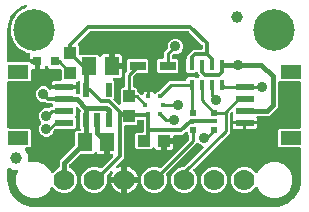
<source format=gbr>
G04 EAGLE Gerber RS-274X export*
G75*
%MOMM*%
%FSLAX34Y34*%
%LPD*%
%INTop Copper*%
%IPPOS*%
%AMOC8*
5,1,8,0,0,1.08239X$1,22.5*%
G01*
%ADD10R,1.240000X1.500000*%
%ADD11R,0.550000X1.200000*%
%ADD12R,1.075000X1.000000*%
%ADD13R,0.450000X0.900000*%
%ADD14R,0.500000X0.500000*%
%ADD15R,0.500000X0.400000*%
%ADD16C,3.516000*%
%ADD17R,1.550000X0.600000*%
%ADD18R,1.800000X1.200000*%
%ADD19C,1.000000*%
%ADD20R,0.800000X0.800000*%
%ADD21R,1.000000X1.075000*%
%ADD22R,1.350000X0.800000*%
%ADD23C,1.778000*%
%ADD24R,0.300000X0.350000*%
%ADD25R,0.350000X0.300000*%
%ADD26C,0.406400*%
%ADD27C,0.889000*%
%ADD28C,0.304800*%
%ADD29C,0.254000*%
%ADD30C,0.906400*%

G36*
X228622Y2543D02*
X228622Y2543D01*
X228700Y2545D01*
X232077Y2810D01*
X232145Y2824D01*
X232214Y2829D01*
X232370Y2869D01*
X238794Y4956D01*
X238901Y5006D01*
X239012Y5050D01*
X239063Y5083D01*
X239082Y5091D01*
X239097Y5104D01*
X239148Y5136D01*
X244612Y9107D01*
X244699Y9188D01*
X244746Y9227D01*
X244752Y9231D01*
X244753Y9232D01*
X244791Y9264D01*
X244829Y9310D01*
X244844Y9324D01*
X244855Y9342D01*
X244893Y9388D01*
X248864Y14852D01*
X248921Y14956D01*
X248985Y15056D01*
X249007Y15113D01*
X249017Y15131D01*
X249022Y15151D01*
X249044Y15206D01*
X251131Y21630D01*
X251144Y21698D01*
X251167Y21764D01*
X251190Y21923D01*
X251455Y25300D01*
X251455Y25304D01*
X251456Y25307D01*
X251455Y25326D01*
X251459Y25400D01*
X251459Y51598D01*
X251444Y51716D01*
X251437Y51835D01*
X251424Y51873D01*
X251419Y51914D01*
X251376Y52024D01*
X251339Y52137D01*
X251317Y52172D01*
X251302Y52209D01*
X251233Y52305D01*
X251169Y52406D01*
X251139Y52434D01*
X251116Y52467D01*
X251024Y52543D01*
X250937Y52624D01*
X250902Y52644D01*
X250871Y52669D01*
X250763Y52720D01*
X250659Y52778D01*
X250619Y52788D01*
X250583Y52805D01*
X250466Y52827D01*
X250351Y52857D01*
X250291Y52861D01*
X250271Y52865D01*
X250250Y52863D01*
X250190Y52867D01*
X232618Y52867D01*
X231427Y54058D01*
X231427Y67742D01*
X232618Y68933D01*
X250190Y68933D01*
X250308Y68948D01*
X250427Y68955D01*
X250465Y68968D01*
X250506Y68973D01*
X250616Y69016D01*
X250729Y69053D01*
X250764Y69075D01*
X250801Y69090D01*
X250897Y69159D01*
X250998Y69223D01*
X251026Y69253D01*
X251059Y69276D01*
X251135Y69368D01*
X251216Y69455D01*
X251236Y69490D01*
X251261Y69521D01*
X251312Y69629D01*
X251370Y69733D01*
X251380Y69773D01*
X251397Y69809D01*
X251419Y69926D01*
X251449Y70041D01*
X251453Y70101D01*
X251457Y70121D01*
X251455Y70142D01*
X251459Y70202D01*
X251459Y107598D01*
X251444Y107716D01*
X251437Y107835D01*
X251424Y107873D01*
X251419Y107914D01*
X251376Y108024D01*
X251339Y108137D01*
X251317Y108172D01*
X251302Y108209D01*
X251233Y108305D01*
X251169Y108406D01*
X251139Y108434D01*
X251116Y108467D01*
X251024Y108543D01*
X250937Y108624D01*
X250902Y108644D01*
X250871Y108669D01*
X250763Y108720D01*
X250659Y108778D01*
X250619Y108788D01*
X250583Y108805D01*
X250466Y108827D01*
X250351Y108857D01*
X250291Y108861D01*
X250271Y108865D01*
X250250Y108863D01*
X250190Y108867D01*
X232664Y108867D01*
X232546Y108852D01*
X232427Y108845D01*
X232389Y108832D01*
X232348Y108827D01*
X232238Y108784D01*
X232125Y108747D01*
X232090Y108725D01*
X232053Y108710D01*
X231957Y108641D01*
X231856Y108577D01*
X231828Y108547D01*
X231795Y108524D01*
X231719Y108432D01*
X231638Y108345D01*
X231618Y108310D01*
X231593Y108279D01*
X231542Y108171D01*
X231484Y108067D01*
X231474Y108027D01*
X231457Y107991D01*
X231435Y107874D01*
X231405Y107759D01*
X231401Y107699D01*
X231397Y107679D01*
X231399Y107658D01*
X231395Y107598D01*
X231395Y87216D01*
X224014Y79835D01*
X214647Y79835D01*
X214516Y79819D01*
X214384Y79808D01*
X214359Y79799D01*
X214332Y79795D01*
X214209Y79747D01*
X214084Y79703D01*
X214061Y79688D01*
X214036Y79678D01*
X213929Y79601D01*
X213819Y79527D01*
X213801Y79507D01*
X213779Y79492D01*
X213694Y79389D01*
X213606Y79291D01*
X213593Y79267D01*
X213576Y79247D01*
X213520Y79127D01*
X213458Y79009D01*
X213452Y78983D01*
X213441Y78959D01*
X213416Y78829D01*
X213385Y78700D01*
X213386Y78673D01*
X213381Y78647D01*
X213389Y78515D01*
X213392Y78382D01*
X213399Y78356D01*
X213401Y78329D01*
X213441Y78203D01*
X213477Y78076D01*
X213494Y78041D01*
X213499Y78027D01*
X213510Y78008D01*
X213548Y77931D01*
X213578Y77881D01*
X213751Y77234D01*
X213751Y75399D01*
X203690Y75399D01*
X203572Y75384D01*
X203453Y75377D01*
X203446Y75375D01*
X203390Y75389D01*
X203330Y75393D01*
X203310Y75397D01*
X203290Y75395D01*
X203230Y75399D01*
X193169Y75399D01*
X193169Y77234D01*
X193342Y77881D01*
X193718Y78531D01*
X193730Y78545D01*
X193749Y78581D01*
X193773Y78612D01*
X193821Y78722D01*
X193875Y78828D01*
X193884Y78867D01*
X193900Y78904D01*
X193918Y79022D01*
X193945Y79139D01*
X193943Y79178D01*
X193950Y79218D01*
X193939Y79337D01*
X193935Y79457D01*
X193924Y79495D01*
X193920Y79535D01*
X193880Y79647D01*
X193847Y79762D01*
X193826Y79796D01*
X193813Y79834D01*
X193746Y79933D01*
X193685Y80036D01*
X193677Y80045D01*
X193677Y81802D01*
X193660Y81940D01*
X193647Y82079D01*
X193640Y82098D01*
X193637Y82118D01*
X193586Y82247D01*
X193539Y82378D01*
X193528Y82395D01*
X193520Y82413D01*
X193439Y82526D01*
X193361Y82641D01*
X193345Y82654D01*
X193334Y82671D01*
X193226Y82760D01*
X193122Y82852D01*
X193104Y82861D01*
X193089Y82874D01*
X192963Y82933D01*
X192839Y82996D01*
X192819Y83001D01*
X192801Y83009D01*
X192665Y83035D01*
X192529Y83066D01*
X192508Y83065D01*
X192489Y83069D01*
X192350Y83060D01*
X192211Y83056D01*
X192191Y83050D01*
X192171Y83049D01*
X192039Y83006D01*
X191905Y82968D01*
X191888Y82957D01*
X191869Y82951D01*
X191751Y82877D01*
X191631Y82806D01*
X191610Y82788D01*
X191600Y82781D01*
X191586Y82766D01*
X191510Y82700D01*
X190999Y82189D01*
X190939Y82110D01*
X190871Y82038D01*
X190842Y81985D01*
X190805Y81937D01*
X190765Y81847D01*
X190717Y81760D01*
X190702Y81701D01*
X190678Y81646D01*
X190663Y81548D01*
X190638Y81452D01*
X190632Y81352D01*
X190628Y81331D01*
X190630Y81319D01*
X190628Y81291D01*
X190628Y65307D01*
X160181Y34861D01*
X160108Y34766D01*
X160030Y34677D01*
X160011Y34641D01*
X159986Y34609D01*
X159939Y34500D01*
X159885Y34394D01*
X159876Y34355D01*
X159860Y34318D01*
X159841Y34200D01*
X159815Y34084D01*
X159817Y34043D01*
X159810Y34003D01*
X159821Y33885D01*
X159825Y33766D01*
X159836Y33727D01*
X159840Y33687D01*
X159880Y33575D01*
X159913Y33460D01*
X159934Y33426D01*
X159948Y33388D01*
X160015Y33289D01*
X160075Y33186D01*
X160115Y33141D01*
X160126Y33124D01*
X160142Y33111D01*
X160181Y33066D01*
X161660Y31587D01*
X163323Y27573D01*
X163323Y23227D01*
X161660Y19213D01*
X158587Y16140D01*
X154573Y14477D01*
X150227Y14477D01*
X146213Y16140D01*
X143140Y19213D01*
X141477Y23227D01*
X141477Y27573D01*
X143140Y31587D01*
X146213Y34660D01*
X150227Y36323D01*
X151776Y36323D01*
X151874Y36335D01*
X151973Y36338D01*
X152032Y36355D01*
X152092Y36363D01*
X152184Y36399D01*
X152279Y36427D01*
X152331Y36457D01*
X152387Y36480D01*
X152467Y36538D01*
X152553Y36588D01*
X152628Y36654D01*
X152645Y36666D01*
X152653Y36676D01*
X152674Y36694D01*
X168295Y52316D01*
X168380Y52425D01*
X168469Y52532D01*
X168477Y52551D01*
X168490Y52567D01*
X168545Y52695D01*
X168604Y52820D01*
X168608Y52840D01*
X168616Y52859D01*
X168638Y52997D01*
X168664Y53133D01*
X168663Y53153D01*
X168666Y53173D01*
X168653Y53312D01*
X168644Y53450D01*
X168638Y53469D01*
X168636Y53489D01*
X168589Y53621D01*
X168546Y53752D01*
X168535Y53770D01*
X168528Y53789D01*
X168450Y53904D01*
X168376Y54021D01*
X168361Y54035D01*
X168350Y54052D01*
X168246Y54144D01*
X168144Y54239D01*
X168127Y54249D01*
X168111Y54262D01*
X167988Y54325D01*
X167866Y54393D01*
X167846Y54398D01*
X167828Y54407D01*
X167774Y54419D01*
X165241Y55468D01*
X164387Y56322D01*
X164294Y56394D01*
X164204Y56473D01*
X164168Y56492D01*
X164136Y56517D01*
X164027Y56564D01*
X163921Y56618D01*
X163881Y56627D01*
X163844Y56643D01*
X163727Y56662D01*
X163611Y56688D01*
X163570Y56686D01*
X163530Y56693D01*
X163412Y56682D01*
X163293Y56678D01*
X163254Y56667D01*
X163214Y56663D01*
X163101Y56623D01*
X162987Y56590D01*
X162952Y56569D01*
X162914Y56555D01*
X162816Y56489D01*
X162713Y56428D01*
X162668Y56388D01*
X162651Y56377D01*
X162638Y56362D01*
X162592Y56322D01*
X137328Y31057D01*
X137309Y31033D01*
X137287Y31014D01*
X137212Y30908D01*
X137133Y30806D01*
X137121Y30778D01*
X137104Y30754D01*
X137058Y30633D01*
X137006Y30514D01*
X137002Y30485D01*
X136991Y30457D01*
X136977Y30328D01*
X136956Y30200D01*
X136959Y30170D01*
X136956Y30141D01*
X136974Y30012D01*
X136986Y29883D01*
X136996Y29855D01*
X137000Y29826D01*
X137052Y29674D01*
X137923Y27573D01*
X137923Y23227D01*
X136260Y19213D01*
X133187Y16140D01*
X129173Y14477D01*
X124827Y14477D01*
X120813Y16140D01*
X117740Y19213D01*
X116077Y23227D01*
X116077Y27573D01*
X117740Y31587D01*
X120813Y34660D01*
X124827Y36323D01*
X129173Y36323D01*
X131274Y35452D01*
X131302Y35445D01*
X131328Y35431D01*
X131455Y35403D01*
X131580Y35369D01*
X131610Y35368D01*
X131639Y35362D01*
X131768Y35366D01*
X131898Y35363D01*
X131927Y35370D01*
X131957Y35371D01*
X132081Y35407D01*
X132208Y35438D01*
X132234Y35451D01*
X132262Y35460D01*
X132374Y35526D01*
X132489Y35586D01*
X132511Y35606D01*
X132536Y35621D01*
X132657Y35728D01*
X156236Y59306D01*
X156296Y59385D01*
X156364Y59457D01*
X156393Y59510D01*
X156430Y59558D01*
X156470Y59649D01*
X156518Y59735D01*
X156533Y59794D01*
X156557Y59849D01*
X156572Y59947D01*
X156597Y60043D01*
X156603Y60143D01*
X156607Y60164D01*
X156605Y60176D01*
X156607Y60204D01*
X156607Y62332D01*
X156595Y62430D01*
X156592Y62530D01*
X156575Y62588D01*
X156567Y62648D01*
X156531Y62740D01*
X156503Y62835D01*
X156473Y62887D01*
X156450Y62944D01*
X156392Y63024D01*
X156342Y63109D01*
X156276Y63184D01*
X156264Y63201D01*
X156254Y63209D01*
X156235Y63230D01*
X155377Y64088D01*
X155377Y64832D01*
X155360Y64969D01*
X155347Y65108D01*
X155340Y65128D01*
X155337Y65148D01*
X155286Y65276D01*
X155239Y65408D01*
X155228Y65424D01*
X155220Y65443D01*
X155139Y65556D01*
X155061Y65671D01*
X155045Y65684D01*
X155034Y65701D01*
X154926Y65789D01*
X154822Y65881D01*
X154804Y65890D01*
X154789Y65903D01*
X154663Y65963D01*
X154539Y66026D01*
X154519Y66030D01*
X154501Y66039D01*
X154365Y66065D01*
X154229Y66096D01*
X154208Y66095D01*
X154189Y66099D01*
X154050Y66090D01*
X153911Y66086D01*
X153891Y66080D01*
X153871Y66079D01*
X153739Y66036D01*
X153605Y65997D01*
X153588Y65987D01*
X153569Y65981D01*
X153451Y65906D01*
X153331Y65836D01*
X153310Y65817D01*
X153300Y65811D01*
X153286Y65796D01*
X153211Y65730D01*
X151234Y63753D01*
X144431Y63753D01*
X144313Y63738D01*
X144194Y63731D01*
X144156Y63718D01*
X144115Y63713D01*
X144005Y63670D01*
X143892Y63633D01*
X143857Y63611D01*
X143820Y63596D01*
X143724Y63527D01*
X143623Y63463D01*
X143595Y63433D01*
X143562Y63410D01*
X143486Y63318D01*
X143405Y63231D01*
X143385Y63196D01*
X143360Y63165D01*
X143309Y63057D01*
X143251Y62953D01*
X143241Y62913D01*
X143224Y62877D01*
X143202Y62760D01*
X143172Y62645D01*
X143168Y62585D01*
X143164Y62565D01*
X143166Y62544D01*
X143162Y62484D01*
X143162Y60919D01*
X136476Y60919D01*
X136358Y60904D01*
X136239Y60897D01*
X136201Y60884D01*
X136161Y60879D01*
X136050Y60836D01*
X135937Y60799D01*
X135903Y60777D01*
X135865Y60762D01*
X135769Y60693D01*
X135668Y60629D01*
X135640Y60599D01*
X135608Y60576D01*
X135532Y60484D01*
X135450Y60397D01*
X135431Y60362D01*
X135405Y60331D01*
X135354Y60223D01*
X135297Y60119D01*
X135287Y60079D01*
X135269Y60043D01*
X135247Y59926D01*
X135217Y59811D01*
X135213Y59751D01*
X135210Y59731D01*
X135211Y59710D01*
X135207Y59650D01*
X135207Y58459D01*
X134016Y58459D01*
X133898Y58444D01*
X133779Y58437D01*
X133741Y58424D01*
X133700Y58419D01*
X133590Y58375D01*
X133477Y58339D01*
X133442Y58317D01*
X133405Y58302D01*
X133308Y58232D01*
X133208Y58169D01*
X133180Y58139D01*
X133147Y58115D01*
X133071Y58024D01*
X132990Y57937D01*
X132970Y57902D01*
X132945Y57870D01*
X132894Y57763D01*
X132836Y57658D01*
X132826Y57619D01*
X132809Y57583D01*
X132787Y57466D01*
X132757Y57350D01*
X132753Y57290D01*
X132749Y57270D01*
X132751Y57250D01*
X132747Y57190D01*
X132747Y50879D01*
X129537Y50879D01*
X128890Y51052D01*
X128311Y51387D01*
X127838Y51860D01*
X127603Y52267D01*
X127527Y52367D01*
X127456Y52472D01*
X127431Y52494D01*
X127410Y52521D01*
X127312Y52599D01*
X127218Y52682D01*
X127188Y52697D01*
X127161Y52718D01*
X127046Y52769D01*
X126934Y52827D01*
X126902Y52834D01*
X126871Y52848D01*
X126747Y52869D01*
X126624Y52896D01*
X126590Y52895D01*
X126557Y52901D01*
X126432Y52890D01*
X126306Y52887D01*
X126274Y52877D01*
X126240Y52874D01*
X126122Y52833D01*
X126001Y52798D01*
X125972Y52781D01*
X125940Y52770D01*
X125835Y52700D01*
X125727Y52637D01*
X125690Y52604D01*
X125675Y52594D01*
X125660Y52578D01*
X125606Y52530D01*
X124463Y51387D01*
X112029Y51387D01*
X110838Y52578D01*
X110838Y64262D01*
X112029Y65453D01*
X117174Y65453D01*
X117292Y65468D01*
X117411Y65475D01*
X117449Y65488D01*
X117490Y65493D01*
X117600Y65536D01*
X117713Y65573D01*
X117748Y65595D01*
X117785Y65610D01*
X117881Y65679D01*
X117982Y65743D01*
X118010Y65773D01*
X118043Y65796D01*
X118119Y65888D01*
X118200Y65975D01*
X118220Y66010D01*
X118245Y66041D01*
X118296Y66149D01*
X118354Y66253D01*
X118364Y66293D01*
X118381Y66329D01*
X118403Y66446D01*
X118433Y66561D01*
X118437Y66621D01*
X118441Y66641D01*
X118439Y66662D01*
X118443Y66722D01*
X118443Y75184D01*
X118428Y75302D01*
X118421Y75421D01*
X118408Y75459D01*
X118403Y75500D01*
X118360Y75610D01*
X118323Y75723D01*
X118301Y75758D01*
X118286Y75795D01*
X118217Y75891D01*
X118153Y75992D01*
X118123Y76020D01*
X118100Y76053D01*
X118008Y76129D01*
X117921Y76210D01*
X117886Y76230D01*
X117855Y76255D01*
X117747Y76306D01*
X117643Y76364D01*
X117603Y76374D01*
X117567Y76391D01*
X117450Y76413D01*
X117335Y76443D01*
X117275Y76447D01*
X117255Y76451D01*
X117234Y76449D01*
X117174Y76453D01*
X113712Y76453D01*
X113594Y76438D01*
X113475Y76431D01*
X113437Y76418D01*
X113396Y76413D01*
X113286Y76370D01*
X113173Y76333D01*
X113138Y76311D01*
X113101Y76296D01*
X113005Y76227D01*
X112904Y76163D01*
X112876Y76133D01*
X112843Y76110D01*
X112767Y76018D01*
X112686Y75931D01*
X112666Y75896D01*
X112641Y75865D01*
X112590Y75757D01*
X112532Y75653D01*
X112522Y75613D01*
X112505Y75577D01*
X112483Y75460D01*
X112453Y75345D01*
X112449Y75285D01*
X112445Y75265D01*
X112447Y75244D01*
X112443Y75184D01*
X112443Y72913D01*
X111252Y71722D01*
X102757Y71722D01*
X102639Y71707D01*
X102520Y71700D01*
X102482Y71687D01*
X102442Y71682D01*
X102331Y71639D01*
X102218Y71602D01*
X102184Y71580D01*
X102146Y71565D01*
X102050Y71496D01*
X101949Y71432D01*
X101921Y71402D01*
X101889Y71379D01*
X101813Y71287D01*
X101731Y71200D01*
X101712Y71165D01*
X101686Y71134D01*
X101635Y71026D01*
X101578Y70922D01*
X101568Y70882D01*
X101550Y70846D01*
X101528Y70729D01*
X101498Y70614D01*
X101494Y70554D01*
X101491Y70534D01*
X101492Y70513D01*
X101488Y70453D01*
X101488Y44388D01*
X94481Y37381D01*
X94408Y37287D01*
X94329Y37197D01*
X94311Y37161D01*
X94286Y37130D01*
X94238Y37020D01*
X94184Y36914D01*
X94176Y36875D01*
X94160Y36838D01*
X94141Y36720D01*
X94115Y36603D01*
X94116Y36563D01*
X94110Y36524D01*
X94121Y36405D01*
X94125Y36286D01*
X94136Y36247D01*
X94140Y36207D01*
X94180Y36095D01*
X94213Y35980D01*
X94234Y35946D01*
X94247Y35908D01*
X94314Y35809D01*
X94375Y35706D01*
X94403Y35678D01*
X94426Y35645D01*
X94515Y35566D01*
X94600Y35481D01*
X94634Y35461D01*
X94664Y35434D01*
X94771Y35380D01*
X94873Y35319D01*
X94912Y35308D01*
X94947Y35290D01*
X95064Y35263D01*
X95179Y35230D01*
X95219Y35229D01*
X95258Y35220D01*
X95377Y35224D01*
X95496Y35220D01*
X95535Y35228D01*
X95576Y35230D01*
X95690Y35263D01*
X95807Y35289D01*
X95862Y35312D01*
X95881Y35318D01*
X95899Y35328D01*
X95955Y35353D01*
X97212Y35993D01*
X98923Y36549D01*
X99101Y36577D01*
X99101Y27899D01*
X90423Y27899D01*
X90451Y28077D01*
X91007Y29788D01*
X91647Y31045D01*
X91688Y31157D01*
X91735Y31267D01*
X91742Y31307D01*
X91755Y31345D01*
X91766Y31463D01*
X91785Y31581D01*
X91781Y31621D01*
X91785Y31661D01*
X91767Y31779D01*
X91755Y31898D01*
X91742Y31936D01*
X91735Y31975D01*
X91688Y32085D01*
X91648Y32197D01*
X91625Y32230D01*
X91609Y32267D01*
X91536Y32362D01*
X91469Y32460D01*
X91439Y32487D01*
X91414Y32519D01*
X91320Y32592D01*
X91231Y32671D01*
X91195Y32689D01*
X91163Y32714D01*
X91054Y32761D01*
X90947Y32815D01*
X90908Y32824D01*
X90872Y32840D01*
X90754Y32859D01*
X90637Y32885D01*
X90597Y32884D01*
X90557Y32890D01*
X90439Y32879D01*
X90319Y32875D01*
X90281Y32864D01*
X90241Y32861D01*
X90128Y32820D01*
X90014Y32787D01*
X89979Y32767D01*
X89941Y32753D01*
X89843Y32686D01*
X89740Y32625D01*
X89695Y32586D01*
X89678Y32575D01*
X89665Y32559D01*
X89619Y32519D01*
X87005Y29905D01*
X86987Y29882D01*
X86964Y29862D01*
X86889Y29756D01*
X86810Y29654D01*
X86798Y29626D01*
X86781Y29602D01*
X86735Y29481D01*
X86684Y29362D01*
X86679Y29333D01*
X86668Y29305D01*
X86654Y29176D01*
X86634Y29048D01*
X86636Y29018D01*
X86633Y28989D01*
X86651Y28860D01*
X86663Y28731D01*
X86673Y28703D01*
X86678Y28674D01*
X86730Y28522D01*
X87123Y27573D01*
X87123Y23227D01*
X85460Y19213D01*
X82387Y16140D01*
X78373Y14477D01*
X74027Y14477D01*
X70013Y16140D01*
X66940Y19213D01*
X65277Y23227D01*
X65277Y27573D01*
X66940Y31587D01*
X70013Y34660D01*
X74027Y36323D01*
X78373Y36323D01*
X81118Y35186D01*
X81146Y35178D01*
X81172Y35164D01*
X81299Y35136D01*
X81424Y35102D01*
X81454Y35101D01*
X81483Y35095D01*
X81613Y35099D01*
X81742Y35097D01*
X81771Y35104D01*
X81801Y35104D01*
X81925Y35141D01*
X82052Y35171D01*
X82078Y35185D01*
X82106Y35193D01*
X82218Y35259D01*
X82333Y35320D01*
X82355Y35339D01*
X82380Y35354D01*
X82501Y35461D01*
X91983Y44943D01*
X92068Y45052D01*
X92156Y45159D01*
X92165Y45178D01*
X92178Y45194D01*
X92233Y45322D01*
X92292Y45447D01*
X92296Y45467D01*
X92304Y45486D01*
X92326Y45624D01*
X92352Y45760D01*
X92351Y45780D01*
X92354Y45800D01*
X92341Y45938D01*
X92332Y46077D01*
X92326Y46096D01*
X92324Y46116D01*
X92277Y46248D01*
X92234Y46379D01*
X92223Y46397D01*
X92216Y46416D01*
X92138Y46531D01*
X92064Y46648D01*
X92049Y46662D01*
X92038Y46679D01*
X91934Y46771D01*
X91832Y46866D01*
X91814Y46876D01*
X91799Y46889D01*
X91676Y46952D01*
X91554Y47020D01*
X91534Y47025D01*
X91516Y47034D01*
X91380Y47064D01*
X91246Y47099D01*
X91218Y47101D01*
X91206Y47104D01*
X91185Y47103D01*
X91085Y47109D01*
X89509Y47109D01*
X89509Y55880D01*
X89494Y55998D01*
X89487Y56117D01*
X89474Y56155D01*
X89469Y56195D01*
X89425Y56306D01*
X89389Y56419D01*
X89367Y56454D01*
X89352Y56491D01*
X89282Y56587D01*
X89219Y56688D01*
X89189Y56716D01*
X89165Y56748D01*
X89074Y56824D01*
X88987Y56906D01*
X88952Y56925D01*
X88920Y56951D01*
X88813Y57002D01*
X88709Y57059D01*
X88669Y57070D01*
X88633Y57087D01*
X88516Y57109D01*
X88401Y57139D01*
X88340Y57143D01*
X88320Y57147D01*
X88300Y57145D01*
X88240Y57149D01*
X85700Y57149D01*
X85582Y57134D01*
X85463Y57127D01*
X85425Y57114D01*
X85385Y57109D01*
X85274Y57065D01*
X85161Y57029D01*
X85126Y57007D01*
X85089Y56992D01*
X84993Y56922D01*
X84892Y56859D01*
X84864Y56829D01*
X84831Y56805D01*
X84756Y56714D01*
X84674Y56627D01*
X84654Y56592D01*
X84629Y56560D01*
X84578Y56453D01*
X84520Y56349D01*
X84510Y56309D01*
X84493Y56273D01*
X84471Y56156D01*
X84441Y56041D01*
X84437Y55980D01*
X84433Y55960D01*
X84435Y55940D01*
X84434Y55934D01*
X84433Y55930D01*
X84434Y55925D01*
X84431Y55880D01*
X84431Y47109D01*
X80436Y47109D01*
X79789Y47282D01*
X79210Y47617D01*
X78737Y48090D01*
X78374Y48719D01*
X78298Y48819D01*
X78227Y48923D01*
X78202Y48946D01*
X78181Y48973D01*
X78083Y49051D01*
X77989Y49134D01*
X77959Y49149D01*
X77932Y49170D01*
X77817Y49221D01*
X77705Y49279D01*
X77672Y49286D01*
X77642Y49300D01*
X77517Y49321D01*
X77395Y49348D01*
X77361Y49347D01*
X77328Y49353D01*
X77203Y49342D01*
X77077Y49339D01*
X77045Y49329D01*
X77011Y49326D01*
X76892Y49285D01*
X76772Y49250D01*
X76743Y49233D01*
X76711Y49222D01*
X76606Y49152D01*
X76498Y49089D01*
X76461Y49056D01*
X76446Y49046D01*
X76431Y49030D01*
X76377Y48982D01*
X75012Y47617D01*
X64711Y47617D01*
X64613Y47605D01*
X64514Y47602D01*
X64456Y47585D01*
X64396Y47577D01*
X64304Y47541D01*
X64209Y47513D01*
X64157Y47483D01*
X64100Y47460D01*
X64020Y47402D01*
X63935Y47352D01*
X63859Y47286D01*
X63843Y47274D01*
X63835Y47264D01*
X63814Y47246D01*
X55236Y38668D01*
X55176Y38590D01*
X55108Y38518D01*
X55079Y38465D01*
X55042Y38417D01*
X55002Y38326D01*
X54954Y38239D01*
X54939Y38181D01*
X54915Y38125D01*
X54900Y38027D01*
X54875Y37931D01*
X54869Y37831D01*
X54865Y37811D01*
X54867Y37799D01*
X54865Y37771D01*
X54865Y36387D01*
X54868Y36358D01*
X54866Y36328D01*
X54888Y36200D01*
X54905Y36072D01*
X54915Y36044D01*
X54920Y36015D01*
X54974Y35896D01*
X55022Y35776D01*
X55039Y35752D01*
X55051Y35725D01*
X55132Y35624D01*
X55208Y35519D01*
X55231Y35500D01*
X55250Y35477D01*
X55354Y35398D01*
X55453Y35316D01*
X55480Y35303D01*
X55504Y35285D01*
X55648Y35214D01*
X56987Y34660D01*
X60060Y31587D01*
X61723Y27573D01*
X61723Y23227D01*
X60060Y19213D01*
X56987Y16140D01*
X52973Y14477D01*
X48627Y14477D01*
X44613Y16140D01*
X41489Y19264D01*
X41476Y19289D01*
X41462Y19304D01*
X41452Y19321D01*
X41355Y19422D01*
X41262Y19524D01*
X41245Y19535D01*
X41231Y19550D01*
X41112Y19623D01*
X40996Y19699D01*
X40977Y19706D01*
X40960Y19716D01*
X40827Y19757D01*
X40695Y19802D01*
X40675Y19804D01*
X40656Y19810D01*
X40517Y19816D01*
X40378Y19828D01*
X40358Y19824D01*
X40338Y19825D01*
X40202Y19797D01*
X40065Y19773D01*
X40046Y19765D01*
X40027Y19761D01*
X39902Y19700D01*
X39775Y19643D01*
X39759Y19630D01*
X39741Y19621D01*
X39635Y19531D01*
X39526Y19444D01*
X39514Y19428D01*
X39499Y19415D01*
X39419Y19301D01*
X39335Y19190D01*
X39323Y19165D01*
X39316Y19155D01*
X39309Y19136D01*
X39264Y19045D01*
X38320Y16767D01*
X34033Y12480D01*
X28432Y10159D01*
X22368Y10159D01*
X16767Y12480D01*
X12480Y16767D01*
X10159Y22368D01*
X10159Y28432D01*
X11662Y32059D01*
X11675Y32107D01*
X11696Y32152D01*
X11717Y32260D01*
X11746Y32366D01*
X11747Y32416D01*
X11756Y32465D01*
X11749Y32574D01*
X11751Y32684D01*
X11739Y32732D01*
X11736Y32782D01*
X11702Y32886D01*
X11677Y32993D01*
X11653Y33037D01*
X11638Y33084D01*
X11579Y33177D01*
X11528Y33274D01*
X11495Y33311D01*
X11468Y33353D01*
X11388Y33428D01*
X11314Y33510D01*
X11273Y33537D01*
X11236Y33571D01*
X11140Y33624D01*
X11048Y33684D01*
X11001Y33701D01*
X10958Y33725D01*
X10852Y33752D01*
X10748Y33788D01*
X10698Y33792D01*
X10650Y33804D01*
X10489Y33814D01*
X7480Y33814D01*
X4445Y35567D01*
X4322Y35618D01*
X4203Y35675D01*
X4176Y35680D01*
X4151Y35690D01*
X4020Y35710D01*
X3890Y35734D01*
X3864Y35733D01*
X3837Y35737D01*
X3705Y35723D01*
X3573Y35715D01*
X3547Y35706D01*
X3521Y35704D01*
X3396Y35657D01*
X3271Y35617D01*
X3248Y35602D01*
X3222Y35593D01*
X3114Y35517D01*
X3002Y35447D01*
X2983Y35427D01*
X2961Y35411D01*
X2875Y35312D01*
X2784Y35215D01*
X2771Y35191D01*
X2753Y35171D01*
X2694Y35052D01*
X2630Y34936D01*
X2624Y34910D01*
X2612Y34886D01*
X2584Y34756D01*
X2551Y34628D01*
X2549Y34590D01*
X2545Y34575D01*
X2546Y34553D01*
X2541Y34468D01*
X2541Y25400D01*
X2543Y25378D01*
X2545Y25300D01*
X2810Y21923D01*
X2824Y21855D01*
X2829Y21786D01*
X2869Y21630D01*
X4956Y15206D01*
X5006Y15099D01*
X5050Y14988D01*
X5083Y14937D01*
X5091Y14918D01*
X5104Y14903D01*
X5136Y14852D01*
X9107Y9388D01*
X9127Y9366D01*
X9138Y9348D01*
X9184Y9305D01*
X9188Y9301D01*
X9264Y9209D01*
X9310Y9171D01*
X9324Y9156D01*
X9342Y9145D01*
X9388Y9107D01*
X14852Y5136D01*
X14956Y5079D01*
X15056Y5015D01*
X15113Y4993D01*
X15131Y4983D01*
X15151Y4978D01*
X15206Y4956D01*
X21630Y2869D01*
X21698Y2856D01*
X21764Y2833D01*
X21923Y2810D01*
X25300Y2545D01*
X25322Y2546D01*
X25400Y2541D01*
X228600Y2541D01*
X228622Y2543D01*
G37*
G36*
X97207Y89084D02*
X97207Y89084D01*
X97345Y89093D01*
X97364Y89099D01*
X97384Y89101D01*
X97516Y89148D01*
X97647Y89191D01*
X97665Y89202D01*
X97684Y89208D01*
X97799Y89286D01*
X97916Y89361D01*
X97930Y89376D01*
X97947Y89387D01*
X98039Y89491D01*
X98134Y89592D01*
X98144Y89610D01*
X98157Y89625D01*
X98221Y89750D01*
X98288Y89871D01*
X98293Y89891D01*
X98302Y89909D01*
X98332Y90044D01*
X98367Y90179D01*
X98369Y90207D01*
X98372Y90219D01*
X98371Y90239D01*
X98377Y90340D01*
X98377Y102347D01*
X99568Y103538D01*
X100838Y103538D01*
X100956Y103553D01*
X101075Y103560D01*
X101113Y103573D01*
X101154Y103578D01*
X101264Y103621D01*
X101377Y103658D01*
X101412Y103680D01*
X101449Y103695D01*
X101545Y103764D01*
X101646Y103828D01*
X101674Y103858D01*
X101707Y103881D01*
X101783Y103973D01*
X101864Y104060D01*
X101884Y104095D01*
X101909Y104126D01*
X101960Y104234D01*
X102018Y104338D01*
X102028Y104378D01*
X102045Y104414D01*
X102067Y104531D01*
X102097Y104646D01*
X102101Y104706D01*
X102105Y104726D01*
X102103Y104747D01*
X102107Y104807D01*
X102107Y115668D01*
X103876Y117436D01*
X103936Y117515D01*
X104004Y117587D01*
X104033Y117640D01*
X104070Y117688D01*
X104110Y117779D01*
X104158Y117865D01*
X104173Y117924D01*
X104197Y117979D01*
X104212Y118077D01*
X104237Y118173D01*
X104243Y118273D01*
X104247Y118294D01*
X104245Y118306D01*
X104247Y118334D01*
X104247Y126762D01*
X105438Y127953D01*
X120622Y127953D01*
X121813Y126762D01*
X121813Y117078D01*
X120622Y115887D01*
X112194Y115887D01*
X112096Y115875D01*
X111997Y115872D01*
X111938Y115855D01*
X111878Y115847D01*
X111786Y115811D01*
X111691Y115783D01*
X111639Y115753D01*
X111583Y115730D01*
X111503Y115672D01*
X111417Y115622D01*
X111342Y115556D01*
X111325Y115544D01*
X111317Y115534D01*
X111296Y115516D01*
X109084Y113304D01*
X109024Y113225D01*
X108956Y113153D01*
X108927Y113100D01*
X108890Y113052D01*
X108850Y112961D01*
X108802Y112875D01*
X108787Y112816D01*
X108763Y112761D01*
X108748Y112663D01*
X108723Y112567D01*
X108717Y112467D01*
X108713Y112446D01*
X108715Y112434D01*
X108713Y112406D01*
X108713Y104807D01*
X108728Y104689D01*
X108735Y104570D01*
X108748Y104532D01*
X108753Y104491D01*
X108796Y104381D01*
X108833Y104268D01*
X108855Y104233D01*
X108870Y104196D01*
X108939Y104100D01*
X109003Y103999D01*
X109033Y103971D01*
X109056Y103938D01*
X109148Y103862D01*
X109235Y103781D01*
X109270Y103761D01*
X109301Y103736D01*
X109409Y103685D01*
X109513Y103627D01*
X109553Y103617D01*
X109589Y103600D01*
X109706Y103578D01*
X109821Y103548D01*
X109881Y103544D01*
X109901Y103540D01*
X109922Y103542D01*
X109982Y103538D01*
X111252Y103538D01*
X112443Y102347D01*
X112443Y100702D01*
X112458Y100584D01*
X112465Y100465D01*
X112478Y100427D01*
X112483Y100386D01*
X112526Y100276D01*
X112563Y100163D01*
X112585Y100128D01*
X112600Y100091D01*
X112669Y99995D01*
X112733Y99894D01*
X112763Y99866D01*
X112786Y99833D01*
X112878Y99757D01*
X112965Y99676D01*
X113000Y99656D01*
X113031Y99631D01*
X113139Y99580D01*
X113243Y99522D01*
X113283Y99512D01*
X113319Y99495D01*
X113436Y99473D01*
X113493Y99458D01*
X115543Y97408D01*
X115652Y97323D01*
X115759Y97234D01*
X115778Y97226D01*
X115794Y97213D01*
X115922Y97158D01*
X116047Y97099D01*
X116067Y97095D01*
X116086Y97087D01*
X116224Y97065D01*
X116360Y97039D01*
X116380Y97040D01*
X116400Y97037D01*
X116539Y97050D01*
X116677Y97059D01*
X116696Y97065D01*
X116716Y97067D01*
X116848Y97114D01*
X116979Y97157D01*
X116997Y97168D01*
X117016Y97175D01*
X117131Y97253D01*
X117248Y97327D01*
X117262Y97342D01*
X117279Y97353D01*
X117371Y97457D01*
X117466Y97559D01*
X117476Y97576D01*
X117489Y97592D01*
X117553Y97716D01*
X117620Y97837D01*
X117625Y97857D01*
X117634Y97875D01*
X117664Y98011D01*
X117699Y98145D01*
X117701Y98173D01*
X117704Y98185D01*
X117703Y98206D01*
X117703Y98212D01*
X117882Y98881D01*
X118217Y99460D01*
X118690Y99933D01*
X119269Y100268D01*
X119916Y100441D01*
X120731Y100441D01*
X120731Y96400D01*
X120746Y96282D01*
X120753Y96163D01*
X120765Y96125D01*
X120770Y96085D01*
X120814Y95974D01*
X120851Y95861D01*
X120873Y95827D01*
X120887Y95789D01*
X120957Y95693D01*
X121021Y95592D01*
X121051Y95564D01*
X121074Y95532D01*
X121166Y95456D01*
X121253Y95374D01*
X121288Y95355D01*
X121319Y95329D01*
X121427Y95278D01*
X121531Y95221D01*
X121570Y95211D01*
X121607Y95193D01*
X121724Y95171D01*
X121839Y95141D01*
X121899Y95137D01*
X121919Y95134D01*
X121920Y95134D01*
X121940Y95135D01*
X122000Y95131D01*
X122118Y95146D01*
X122237Y95153D01*
X122275Y95166D01*
X122316Y95171D01*
X122426Y95215D01*
X122540Y95251D01*
X122574Y95273D01*
X122611Y95288D01*
X122708Y95358D01*
X122808Y95422D01*
X122836Y95451D01*
X122869Y95475D01*
X122945Y95567D01*
X123026Y95653D01*
X123046Y95689D01*
X123072Y95720D01*
X123122Y95827D01*
X123180Y95932D01*
X123190Y95971D01*
X123207Y96007D01*
X123229Y96124D01*
X123259Y96240D01*
X123263Y96300D01*
X123267Y96320D01*
X123266Y96340D01*
X123269Y96400D01*
X123269Y100441D01*
X124084Y100441D01*
X124731Y100268D01*
X125310Y99933D01*
X125783Y99460D01*
X126110Y98894D01*
X126186Y98794D01*
X126256Y98690D01*
X126282Y98668D01*
X126302Y98641D01*
X126401Y98563D01*
X126495Y98479D01*
X126525Y98464D01*
X126551Y98443D01*
X126666Y98392D01*
X126778Y98335D01*
X126811Y98328D01*
X126842Y98314D01*
X126966Y98293D01*
X127088Y98265D01*
X127122Y98266D01*
X127155Y98261D01*
X127281Y98271D01*
X127406Y98275D01*
X127439Y98284D01*
X127472Y98287D01*
X127591Y98328D01*
X127712Y98363D01*
X127741Y98380D01*
X127773Y98391D01*
X127877Y98461D01*
X127986Y98525D01*
X128022Y98557D01*
X128038Y98567D01*
X128052Y98583D01*
X128107Y98631D01*
X129408Y99933D01*
X130336Y99933D01*
X130434Y99945D01*
X130533Y99948D01*
X130592Y99965D01*
X130652Y99973D01*
X130744Y100009D01*
X130839Y100037D01*
X130891Y100067D01*
X130947Y100090D01*
X131027Y100148D01*
X131113Y100198D01*
X131188Y100264D01*
X131205Y100276D01*
X131213Y100286D01*
X131234Y100304D01*
X140032Y109103D01*
X152898Y109103D01*
X153016Y109118D01*
X153135Y109125D01*
X153173Y109138D01*
X153214Y109143D01*
X153324Y109186D01*
X153437Y109223D01*
X153472Y109245D01*
X153509Y109260D01*
X153605Y109329D01*
X153706Y109393D01*
X153734Y109423D01*
X153767Y109446D01*
X153843Y109538D01*
X153924Y109625D01*
X153944Y109660D01*
X153969Y109691D01*
X154020Y109799D01*
X154078Y109903D01*
X154088Y109943D01*
X154105Y109979D01*
X154127Y110096D01*
X154157Y110211D01*
X154161Y110271D01*
X154165Y110291D01*
X154163Y110312D01*
X154167Y110372D01*
X154167Y111142D01*
X155358Y112333D01*
X161542Y112333D01*
X162053Y111822D01*
X162147Y111749D01*
X162236Y111670D01*
X162272Y111652D01*
X162304Y111627D01*
X162413Y111580D01*
X162519Y111526D01*
X162558Y111517D01*
X162596Y111501D01*
X162713Y111482D01*
X162829Y111456D01*
X162870Y111457D01*
X162910Y111451D01*
X163028Y111462D01*
X163147Y111466D01*
X163186Y111477D01*
X163226Y111481D01*
X163338Y111521D01*
X163453Y111554D01*
X163488Y111575D01*
X163526Y111588D01*
X163624Y111655D01*
X163727Y111716D01*
X163772Y111756D01*
X163789Y111767D01*
X163802Y111782D01*
X163848Y111822D01*
X164417Y112392D01*
X164498Y112424D01*
X164629Y112471D01*
X164646Y112482D01*
X164664Y112490D01*
X164777Y112571D01*
X164892Y112649D01*
X164905Y112665D01*
X164922Y112676D01*
X165010Y112784D01*
X165102Y112888D01*
X165112Y112906D01*
X165124Y112921D01*
X165184Y113047D01*
X165247Y113171D01*
X165251Y113191D01*
X165260Y113209D01*
X165286Y113346D01*
X165317Y113481D01*
X165316Y113502D01*
X165320Y113521D01*
X165311Y113660D01*
X165307Y113799D01*
X165301Y113819D01*
X165300Y113839D01*
X165257Y113971D01*
X165219Y114105D01*
X165208Y114122D01*
X165202Y114141D01*
X165128Y114259D01*
X165057Y114379D01*
X165038Y114400D01*
X165032Y114410D01*
X165017Y114424D01*
X164951Y114499D01*
X163893Y115557D01*
X163876Y115692D01*
X163863Y115831D01*
X163856Y115850D01*
X163853Y115870D01*
X163802Y115999D01*
X163755Y116130D01*
X163744Y116147D01*
X163736Y116166D01*
X163655Y116278D01*
X163577Y116393D01*
X163561Y116406D01*
X163550Y116423D01*
X163442Y116512D01*
X163338Y116604D01*
X163320Y116613D01*
X163305Y116626D01*
X163179Y116685D01*
X163055Y116748D01*
X163035Y116753D01*
X163017Y116761D01*
X162881Y116787D01*
X162745Y116818D01*
X162724Y116817D01*
X162705Y116821D01*
X162566Y116812D01*
X162427Y116808D01*
X162407Y116803D01*
X162387Y116801D01*
X162255Y116758D01*
X162121Y116720D01*
X162104Y116709D01*
X162085Y116703D01*
X161967Y116629D01*
X161847Y116558D01*
X161826Y116540D01*
X161816Y116533D01*
X161802Y116518D01*
X161726Y116452D01*
X161542Y116267D01*
X155358Y116267D01*
X154167Y117458D01*
X154167Y128142D01*
X154522Y128496D01*
X154582Y128575D01*
X154650Y128647D01*
X154679Y128700D01*
X154716Y128748D01*
X154756Y128838D01*
X154804Y128925D01*
X154819Y128984D01*
X154843Y129039D01*
X154858Y129137D01*
X154883Y129233D01*
X154889Y129333D01*
X154893Y129353D01*
X154891Y129366D01*
X154893Y129394D01*
X154893Y130713D01*
X159817Y135637D01*
X166624Y135637D01*
X166742Y135652D01*
X166861Y135659D01*
X166899Y135672D01*
X166940Y135677D01*
X167050Y135720D01*
X167163Y135757D01*
X167198Y135779D01*
X167235Y135794D01*
X167331Y135863D01*
X167432Y135927D01*
X167460Y135957D01*
X167493Y135980D01*
X167569Y136072D01*
X167650Y136159D01*
X167670Y136194D01*
X167695Y136225D01*
X167746Y136333D01*
X167804Y136437D01*
X167814Y136477D01*
X167831Y136513D01*
X167853Y136630D01*
X167883Y136745D01*
X167887Y136805D01*
X167891Y136825D01*
X167889Y136846D01*
X167893Y136906D01*
X167893Y138971D01*
X167881Y139069D01*
X167878Y139168D01*
X167861Y139226D01*
X167853Y139287D01*
X167817Y139379D01*
X167789Y139474D01*
X167759Y139526D01*
X167736Y139582D01*
X167678Y139662D01*
X167628Y139748D01*
X167562Y139823D01*
X167550Y139840D01*
X167540Y139847D01*
X167522Y139869D01*
X156379Y151012D01*
X156300Y151072D01*
X156228Y151140D01*
X156175Y151169D01*
X156127Y151206D01*
X156036Y151246D01*
X155950Y151294D01*
X155891Y151309D01*
X155835Y151333D01*
X155737Y151348D01*
X155642Y151373D01*
X155542Y151379D01*
X155521Y151383D01*
X155509Y151381D01*
X155481Y151383D01*
X73119Y151383D01*
X73021Y151371D01*
X72922Y151368D01*
X72864Y151351D01*
X72803Y151343D01*
X72711Y151307D01*
X72616Y151279D01*
X72564Y151249D01*
X72508Y151226D01*
X72428Y151168D01*
X72342Y151118D01*
X72267Y151052D01*
X72250Y151040D01*
X72243Y151030D01*
X72221Y151012D01*
X62547Y141337D01*
X62474Y141243D01*
X62396Y141154D01*
X62377Y141118D01*
X62352Y141086D01*
X62305Y140977D01*
X62251Y140871D01*
X62242Y140831D01*
X62226Y140794D01*
X62207Y140676D01*
X62181Y140560D01*
X62183Y140520D01*
X62176Y140480D01*
X62187Y140362D01*
X62191Y140243D01*
X62202Y140204D01*
X62206Y140164D01*
X62246Y140051D01*
X62279Y139937D01*
X62300Y139902D01*
X62314Y139864D01*
X62380Y139766D01*
X62441Y139663D01*
X62481Y139618D01*
X62492Y139601D01*
X62508Y139588D01*
X62547Y139542D01*
X62913Y139177D01*
X62913Y132692D01*
X62930Y132553D01*
X62943Y132415D01*
X62950Y132396D01*
X62953Y132376D01*
X63004Y132247D01*
X63051Y132115D01*
X63062Y132099D01*
X63070Y132080D01*
X63151Y131968D01*
X63230Y131852D01*
X63245Y131839D01*
X63256Y131823D01*
X63364Y131734D01*
X63468Y131642D01*
X63486Y131633D01*
X63501Y131620D01*
X63627Y131561D01*
X63752Y131498D01*
X63771Y131493D01*
X63789Y131485D01*
X63926Y131459D01*
X64062Y131428D01*
X64082Y131429D01*
X64101Y131425D01*
X64241Y131434D01*
X64380Y131438D01*
X64399Y131443D01*
X64419Y131445D01*
X64444Y131453D01*
X78822Y131453D01*
X80187Y130088D01*
X80286Y130011D01*
X80381Y129929D01*
X80411Y129914D01*
X80438Y129893D01*
X80553Y129843D01*
X80666Y129787D01*
X80699Y129780D01*
X80730Y129767D01*
X80854Y129747D01*
X80977Y129721D01*
X81011Y129722D01*
X81044Y129717D01*
X81169Y129728D01*
X81295Y129734D01*
X81327Y129743D01*
X81361Y129747D01*
X81479Y129789D01*
X81599Y129825D01*
X81628Y129843D01*
X81660Y129854D01*
X81764Y129925D01*
X81872Y129990D01*
X81895Y130014D01*
X81923Y130033D01*
X82006Y130127D01*
X82094Y130217D01*
X82121Y130257D01*
X82134Y130271D01*
X82144Y130291D01*
X82184Y130351D01*
X82547Y130980D01*
X83020Y131453D01*
X83599Y131788D01*
X84246Y131961D01*
X88241Y131961D01*
X88241Y123190D01*
X88256Y123072D01*
X88263Y122953D01*
X88276Y122915D01*
X88281Y122875D01*
X88324Y122764D01*
X88361Y122651D01*
X88383Y122616D01*
X88398Y122579D01*
X88468Y122483D01*
X88531Y122382D01*
X88561Y122354D01*
X88585Y122322D01*
X88676Y122246D01*
X88763Y122164D01*
X88798Y122145D01*
X88829Y122119D01*
X88937Y122068D01*
X89041Y122011D01*
X89081Y122000D01*
X89117Y121983D01*
X89234Y121961D01*
X89349Y121931D01*
X89410Y121927D01*
X89430Y121923D01*
X89450Y121925D01*
X89510Y121921D01*
X90781Y121921D01*
X90781Y120650D01*
X90796Y120532D01*
X90803Y120413D01*
X90816Y120375D01*
X90821Y120335D01*
X90865Y120224D01*
X90901Y120111D01*
X90923Y120076D01*
X90938Y120039D01*
X91008Y119943D01*
X91071Y119842D01*
X91101Y119814D01*
X91125Y119781D01*
X91216Y119706D01*
X91303Y119624D01*
X91338Y119604D01*
X91370Y119579D01*
X91477Y119528D01*
X91581Y119470D01*
X91621Y119460D01*
X91657Y119443D01*
X91774Y119421D01*
X91889Y119391D01*
X91950Y119387D01*
X91970Y119383D01*
X91990Y119385D01*
X92050Y119381D01*
X99521Y119381D01*
X99521Y114086D01*
X99348Y113439D01*
X99013Y112860D01*
X98540Y112387D01*
X97961Y112052D01*
X97314Y111879D01*
X92951Y111879D01*
X92813Y111862D01*
X92674Y111849D01*
X92655Y111842D01*
X92635Y111839D01*
X92506Y111788D01*
X92375Y111741D01*
X92358Y111730D01*
X92339Y111722D01*
X92227Y111641D01*
X92112Y111563D01*
X92099Y111547D01*
X92082Y111536D01*
X91993Y111428D01*
X91901Y111324D01*
X91892Y111306D01*
X91879Y111291D01*
X91820Y111165D01*
X91757Y111041D01*
X91752Y111021D01*
X91744Y111003D01*
X91718Y110866D01*
X91687Y110731D01*
X91688Y110710D01*
X91684Y110691D01*
X91693Y110552D01*
X91697Y110413D01*
X91702Y110393D01*
X91704Y110373D01*
X91746Y110241D01*
X91785Y110107D01*
X91796Y110090D01*
X91802Y110071D01*
X91876Y109953D01*
X91947Y109833D01*
X91965Y109812D01*
X91972Y109802D01*
X91987Y109788D01*
X92053Y109713D01*
X93023Y108743D01*
X93023Y95059D01*
X92706Y94742D01*
X92633Y94648D01*
X92554Y94559D01*
X92536Y94523D01*
X92511Y94491D01*
X92463Y94382D01*
X92409Y94275D01*
X92400Y94236D01*
X92384Y94199D01*
X92366Y94081D01*
X92340Y93965D01*
X92341Y93925D01*
X92335Y93885D01*
X92346Y93766D01*
X92349Y93647D01*
X92361Y93608D01*
X92364Y93568D01*
X92405Y93456D01*
X92438Y93342D01*
X92458Y93307D01*
X92472Y93269D01*
X92539Y93171D01*
X92599Y93068D01*
X92639Y93023D01*
X92651Y93006D01*
X92666Y92992D01*
X92706Y92947D01*
X96211Y89442D01*
X96320Y89357D01*
X96427Y89268D01*
X96446Y89260D01*
X96462Y89247D01*
X96590Y89192D01*
X96715Y89133D01*
X96735Y89129D01*
X96754Y89121D01*
X96892Y89099D01*
X97028Y89073D01*
X97048Y89074D01*
X97068Y89071D01*
X97207Y89084D01*
G37*
G36*
X40516Y30976D02*
X40516Y30976D01*
X40536Y30975D01*
X40672Y31003D01*
X40809Y31027D01*
X40827Y31035D01*
X40847Y31039D01*
X40973Y31101D01*
X41099Y31158D01*
X41115Y31170D01*
X41133Y31179D01*
X41239Y31270D01*
X41347Y31356D01*
X41360Y31372D01*
X41375Y31385D01*
X41455Y31500D01*
X41464Y31511D01*
X44613Y34660D01*
X45952Y35214D01*
X45977Y35229D01*
X46005Y35238D01*
X46115Y35308D01*
X46228Y35372D01*
X46249Y35393D01*
X46274Y35408D01*
X46363Y35503D01*
X46456Y35593D01*
X46472Y35618D01*
X46492Y35640D01*
X46555Y35754D01*
X46623Y35864D01*
X46631Y35893D01*
X46646Y35918D01*
X46678Y36044D01*
X46716Y36168D01*
X46718Y36198D01*
X46725Y36226D01*
X46735Y36387D01*
X46735Y41664D01*
X59366Y54294D01*
X59426Y54372D01*
X59494Y54444D01*
X59523Y54497D01*
X59560Y54545D01*
X59600Y54636D01*
X59648Y54723D01*
X59663Y54781D01*
X59687Y54837D01*
X59702Y54935D01*
X59727Y55031D01*
X59733Y55131D01*
X59737Y55151D01*
X59735Y55163D01*
X59737Y55191D01*
X59737Y65492D01*
X60928Y66683D01*
X63767Y66683D01*
X63905Y66700D01*
X64044Y66713D01*
X64063Y66720D01*
X64083Y66723D01*
X64212Y66774D01*
X64343Y66821D01*
X64360Y66832D01*
X64379Y66840D01*
X64491Y66921D01*
X64606Y66999D01*
X64619Y67015D01*
X64636Y67026D01*
X64725Y67134D01*
X64817Y67238D01*
X64826Y67256D01*
X64839Y67271D01*
X64898Y67397D01*
X64961Y67521D01*
X64966Y67541D01*
X64974Y67559D01*
X65000Y67695D01*
X65031Y67831D01*
X65030Y67852D01*
X65034Y67871D01*
X65025Y68010D01*
X65021Y68149D01*
X65016Y68169D01*
X65014Y68189D01*
X64971Y68321D01*
X64933Y68455D01*
X64922Y68472D01*
X64916Y68491D01*
X64842Y68609D01*
X64771Y68729D01*
X64753Y68750D01*
X64746Y68760D01*
X64731Y68774D01*
X64665Y68850D01*
X64457Y69057D01*
X64457Y82741D01*
X64581Y82865D01*
X64654Y82959D01*
X64733Y83048D01*
X64752Y83085D01*
X64776Y83116D01*
X64824Y83226D01*
X64878Y83332D01*
X64887Y83371D01*
X64903Y83408D01*
X64921Y83526D01*
X64947Y83642D01*
X64946Y83682D01*
X64953Y83722D01*
X64941Y83841D01*
X64938Y83960D01*
X64927Y83999D01*
X64923Y84039D01*
X64882Y84151D01*
X64849Y84265D01*
X64829Y84300D01*
X64815Y84338D01*
X64748Y84437D01*
X64688Y84539D01*
X64656Y84575D01*
X64653Y84581D01*
X64647Y84586D01*
X64637Y84601D01*
X64621Y84615D01*
X64581Y84660D01*
X62489Y86752D01*
X62380Y86837D01*
X62273Y86926D01*
X62254Y86935D01*
X62238Y86947D01*
X62110Y87003D01*
X61985Y87062D01*
X61965Y87065D01*
X61946Y87073D01*
X61808Y87095D01*
X61672Y87121D01*
X61652Y87120D01*
X61632Y87123D01*
X61493Y87110D01*
X61355Y87102D01*
X61336Y87095D01*
X61316Y87093D01*
X61184Y87046D01*
X61053Y87004D01*
X61035Y86993D01*
X61016Y86986D01*
X60901Y86908D01*
X60784Y86833D01*
X60770Y86819D01*
X60753Y86807D01*
X60661Y86703D01*
X60566Y86602D01*
X60556Y86584D01*
X60543Y86569D01*
X60479Y86445D01*
X60412Y86323D01*
X60407Y86304D01*
X60398Y86286D01*
X60368Y86150D01*
X60333Y86015D01*
X60331Y85987D01*
X60328Y85975D01*
X60329Y85955D01*
X60323Y85855D01*
X60323Y80058D01*
X60062Y79798D01*
X59989Y79703D01*
X59910Y79614D01*
X59892Y79578D01*
X59867Y79546D01*
X59820Y79437D01*
X59766Y79331D01*
X59757Y79292D01*
X59741Y79254D01*
X59722Y79136D01*
X59696Y79021D01*
X59697Y78980D01*
X59691Y78940D01*
X59702Y78822D01*
X59706Y78703D01*
X59717Y78664D01*
X59721Y78624D01*
X59761Y78512D01*
X59794Y78397D01*
X59815Y78362D01*
X59828Y78324D01*
X59895Y78226D01*
X59956Y78123D01*
X59996Y78078D01*
X60007Y78061D01*
X60022Y78048D01*
X60062Y78003D01*
X60323Y77742D01*
X60323Y70058D01*
X59132Y68867D01*
X43584Y68867D01*
X43486Y68855D01*
X43387Y68852D01*
X43328Y68835D01*
X43268Y68827D01*
X43176Y68791D01*
X43081Y68763D01*
X43029Y68733D01*
X42973Y68710D01*
X42893Y68652D01*
X42807Y68602D01*
X42732Y68536D01*
X42715Y68524D01*
X42707Y68514D01*
X42686Y68496D01*
X42409Y68219D01*
X42349Y68140D01*
X42281Y68068D01*
X42252Y68015D01*
X42215Y67967D01*
X42175Y67876D01*
X42127Y67790D01*
X42112Y67731D01*
X42088Y67676D01*
X42073Y67578D01*
X42048Y67482D01*
X42042Y67382D01*
X42038Y67361D01*
X42040Y67349D01*
X42038Y67321D01*
X42038Y67291D01*
X41052Y64911D01*
X39229Y63088D01*
X36849Y62102D01*
X34271Y62102D01*
X31891Y63088D01*
X30068Y64911D01*
X29082Y67291D01*
X29082Y69869D01*
X30068Y72249D01*
X30963Y73144D01*
X31036Y73238D01*
X31114Y73327D01*
X31133Y73363D01*
X31158Y73395D01*
X31205Y73504D01*
X31259Y73610D01*
X31268Y73649D01*
X31284Y73687D01*
X31303Y73804D01*
X31329Y73920D01*
X31327Y73961D01*
X31334Y74001D01*
X31323Y74119D01*
X31319Y74238D01*
X31308Y74277D01*
X31304Y74317D01*
X31264Y74429D01*
X31231Y74544D01*
X31210Y74579D01*
X31196Y74617D01*
X31129Y74715D01*
X31069Y74818D01*
X31029Y74863D01*
X31018Y74880D01*
X31002Y74893D01*
X30963Y74939D01*
X30068Y75833D01*
X29082Y78213D01*
X29082Y80791D01*
X30068Y83171D01*
X31891Y84994D01*
X34271Y85980D01*
X36909Y85980D01*
X36911Y85979D01*
X37037Y85945D01*
X37066Y85944D01*
X37095Y85938D01*
X37225Y85942D01*
X37355Y85940D01*
X37383Y85947D01*
X37413Y85948D01*
X37538Y85984D01*
X37664Y86014D01*
X37690Y86028D01*
X37718Y86036D01*
X37830Y86102D01*
X37945Y86163D01*
X37967Y86183D01*
X37992Y86198D01*
X38113Y86304D01*
X39012Y87203D01*
X39692Y87203D01*
X39790Y87215D01*
X39889Y87218D01*
X39948Y87235D01*
X40008Y87243D01*
X40100Y87279D01*
X40195Y87307D01*
X40247Y87337D01*
X40303Y87360D01*
X40384Y87418D01*
X40469Y87468D01*
X40544Y87534D01*
X40561Y87546D01*
X40569Y87556D01*
X40590Y87574D01*
X41018Y88003D01*
X41091Y88097D01*
X41170Y88186D01*
X41188Y88222D01*
X41213Y88254D01*
X41260Y88363D01*
X41314Y88469D01*
X41323Y88508D01*
X41339Y88546D01*
X41358Y88664D01*
X41384Y88779D01*
X41383Y88820D01*
X41389Y88860D01*
X41378Y88979D01*
X41374Y89097D01*
X41363Y89136D01*
X41359Y89176D01*
X41319Y89288D01*
X41286Y89403D01*
X41265Y89438D01*
X41252Y89476D01*
X41185Y89574D01*
X41124Y89677D01*
X41084Y89722D01*
X41073Y89739D01*
X41058Y89752D01*
X41018Y89798D01*
X40844Y89972D01*
X40766Y90032D01*
X40693Y90100D01*
X40640Y90129D01*
X40592Y90167D01*
X40501Y90206D01*
X40415Y90254D01*
X40356Y90269D01*
X40301Y90293D01*
X40203Y90308D01*
X40107Y90333D01*
X40007Y90339D01*
X39986Y90343D01*
X39974Y90341D01*
X39946Y90343D01*
X35691Y90343D01*
X34840Y91195D01*
X34761Y91255D01*
X34689Y91323D01*
X34636Y91352D01*
X34588Y91389D01*
X34497Y91429D01*
X34411Y91477D01*
X34352Y91492D01*
X34296Y91516D01*
X34198Y91531D01*
X34103Y91556D01*
X34003Y91562D01*
X33982Y91566D01*
X33970Y91564D01*
X33942Y91566D01*
X31731Y91566D01*
X29351Y92552D01*
X27528Y94375D01*
X26542Y96755D01*
X26542Y99333D01*
X27528Y101713D01*
X29351Y103536D01*
X31731Y104522D01*
X34309Y104522D01*
X36689Y103536D01*
X38083Y102142D01*
X38192Y102057D01*
X38299Y101968D01*
X38318Y101960D01*
X38334Y101947D01*
X38462Y101892D01*
X38587Y101833D01*
X38607Y101829D01*
X38626Y101821D01*
X38764Y101799D01*
X38900Y101773D01*
X38920Y101774D01*
X38940Y101771D01*
X39079Y101784D01*
X39217Y101793D01*
X39236Y101799D01*
X39256Y101801D01*
X39388Y101848D01*
X39519Y101891D01*
X39537Y101902D01*
X39556Y101909D01*
X39671Y101987D01*
X39788Y102061D01*
X39802Y102076D01*
X39819Y102087D01*
X39911Y102192D01*
X40006Y102293D01*
X40016Y102310D01*
X40029Y102326D01*
X40068Y102401D01*
X50310Y102401D01*
X50428Y102416D01*
X50547Y102423D01*
X50554Y102425D01*
X50610Y102411D01*
X50670Y102407D01*
X50690Y102403D01*
X50710Y102405D01*
X50770Y102401D01*
X60831Y102401D01*
X60831Y100566D01*
X60658Y99919D01*
X60628Y99869D01*
X60577Y99747D01*
X60521Y99627D01*
X60516Y99600D01*
X60505Y99576D01*
X60486Y99444D01*
X60461Y99314D01*
X60462Y99288D01*
X60459Y99261D01*
X60472Y99129D01*
X60481Y98997D01*
X60489Y98972D01*
X60492Y98945D01*
X60538Y98820D01*
X60579Y98695D01*
X60593Y98672D01*
X60602Y98647D01*
X60678Y98538D01*
X60749Y98426D01*
X60768Y98407D01*
X60784Y98385D01*
X60884Y98299D01*
X60980Y98208D01*
X61004Y98195D01*
X61024Y98177D01*
X61143Y98118D01*
X61259Y98054D01*
X61285Y98048D01*
X61309Y98036D01*
X61439Y98008D01*
X61567Y97975D01*
X61605Y97973D01*
X61620Y97969D01*
X61642Y97970D01*
X61727Y97965D01*
X63188Y97965D01*
X63306Y97980D01*
X63425Y97987D01*
X63463Y98000D01*
X63504Y98005D01*
X63614Y98048D01*
X63727Y98085D01*
X63762Y98107D01*
X63799Y98122D01*
X63895Y98191D01*
X63996Y98255D01*
X64024Y98285D01*
X64057Y98308D01*
X64133Y98400D01*
X64214Y98487D01*
X64234Y98522D01*
X64259Y98553D01*
X64310Y98661D01*
X64368Y98765D01*
X64378Y98805D01*
X64395Y98841D01*
X64417Y98958D01*
X64447Y99073D01*
X64451Y99133D01*
X64455Y99153D01*
X64453Y99174D01*
X64457Y99234D01*
X64457Y108223D01*
X64440Y108361D01*
X64427Y108500D01*
X64420Y108519D01*
X64417Y108539D01*
X64366Y108668D01*
X64319Y108799D01*
X64308Y108816D01*
X64300Y108835D01*
X64219Y108947D01*
X64141Y109062D01*
X64125Y109075D01*
X64114Y109092D01*
X64006Y109181D01*
X63902Y109273D01*
X63884Y109282D01*
X63869Y109295D01*
X63743Y109354D01*
X63619Y109417D01*
X63599Y109422D01*
X63581Y109430D01*
X63444Y109456D01*
X63309Y109487D01*
X63288Y109486D01*
X63269Y109490D01*
X63130Y109481D01*
X62991Y109477D01*
X62971Y109472D01*
X62951Y109470D01*
X62819Y109428D01*
X62685Y109389D01*
X62668Y109378D01*
X62649Y109372D01*
X62531Y109298D01*
X62411Y109227D01*
X62390Y109209D01*
X62380Y109202D01*
X62366Y109187D01*
X62291Y109121D01*
X61621Y108452D01*
X61561Y108432D01*
X61526Y108410D01*
X61489Y108395D01*
X61393Y108326D01*
X61292Y108262D01*
X61264Y108232D01*
X61231Y108209D01*
X61155Y108117D01*
X61074Y108030D01*
X61054Y107995D01*
X61029Y107964D01*
X60978Y107856D01*
X60920Y107752D01*
X60910Y107712D01*
X60893Y107676D01*
X60871Y107559D01*
X60841Y107444D01*
X60837Y107384D01*
X60833Y107364D01*
X60835Y107343D01*
X60831Y107283D01*
X60831Y105399D01*
X50770Y105399D01*
X50652Y105384D01*
X50533Y105377D01*
X50526Y105375D01*
X50470Y105389D01*
X50410Y105393D01*
X50390Y105397D01*
X50370Y105395D01*
X50310Y105399D01*
X40249Y105399D01*
X40249Y107234D01*
X40422Y107881D01*
X40757Y108460D01*
X41230Y108933D01*
X41809Y109268D01*
X42456Y109441D01*
X47578Y109441D01*
X47696Y109456D01*
X47815Y109463D01*
X47853Y109476D01*
X47894Y109481D01*
X48004Y109524D01*
X48117Y109561D01*
X48152Y109583D01*
X48189Y109598D01*
X48285Y109667D01*
X48386Y109731D01*
X48414Y109761D01*
X48447Y109784D01*
X48523Y109876D01*
X48604Y109963D01*
X48624Y109998D01*
X48649Y110029D01*
X48700Y110137D01*
X48758Y110241D01*
X48768Y110281D01*
X48785Y110317D01*
X48807Y110434D01*
X48837Y110549D01*
X48841Y110609D01*
X48845Y110629D01*
X48843Y110650D01*
X48847Y110710D01*
X48847Y117796D01*
X48835Y117894D01*
X48832Y117993D01*
X48815Y118052D01*
X48807Y118112D01*
X48771Y118204D01*
X48743Y118299D01*
X48713Y118351D01*
X48690Y118407D01*
X48632Y118487D01*
X48582Y118573D01*
X48516Y118648D01*
X48504Y118665D01*
X48494Y118673D01*
X48476Y118694D01*
X47844Y119326D01*
X47765Y119386D01*
X47693Y119454D01*
X47640Y119483D01*
X47592Y119520D01*
X47501Y119560D01*
X47415Y119608D01*
X47356Y119623D01*
X47301Y119647D01*
X47203Y119662D01*
X47107Y119687D01*
X47007Y119693D01*
X46986Y119697D01*
X46974Y119695D01*
X46946Y119697D01*
X38218Y119697D01*
X37016Y120899D01*
X37008Y120962D01*
X36991Y121113D01*
X36988Y121119D01*
X36987Y121126D01*
X36931Y121269D01*
X36877Y121410D01*
X36873Y121416D01*
X36870Y121422D01*
X36781Y121546D01*
X36693Y121669D01*
X36688Y121674D01*
X36684Y121679D01*
X36565Y121777D01*
X36450Y121875D01*
X36444Y121878D01*
X36439Y121882D01*
X36301Y121947D01*
X36164Y122013D01*
X36157Y122015D01*
X36151Y122018D01*
X36003Y122046D01*
X35852Y122076D01*
X35845Y122076D01*
X35839Y122077D01*
X35687Y122068D01*
X35534Y122060D01*
X35528Y122058D01*
X35521Y122058D01*
X35377Y122011D01*
X35231Y121965D01*
X35225Y121962D01*
X35219Y121960D01*
X35090Y121878D01*
X34960Y121798D01*
X34956Y121793D01*
X34950Y121789D01*
X34845Y121678D01*
X34740Y121569D01*
X34737Y121563D01*
X34732Y121558D01*
X34658Y121424D01*
X34583Y121292D01*
X34581Y121283D01*
X34578Y121279D01*
X34576Y121269D01*
X34532Y121139D01*
X34428Y120749D01*
X34093Y120170D01*
X33620Y119697D01*
X33041Y119362D01*
X32394Y119189D01*
X30059Y119189D01*
X30059Y125000D01*
X30044Y125118D01*
X30037Y125237D01*
X30024Y125275D01*
X30019Y125315D01*
X29976Y125426D01*
X29939Y125539D01*
X29917Y125573D01*
X29902Y125611D01*
X29833Y125707D01*
X29769Y125808D01*
X29739Y125836D01*
X29716Y125868D01*
X29624Y125944D01*
X29537Y126026D01*
X29502Y126045D01*
X29471Y126071D01*
X29363Y126122D01*
X29259Y126179D01*
X29219Y126189D01*
X29183Y126207D01*
X29066Y126229D01*
X28951Y126259D01*
X28891Y126263D01*
X28871Y126266D01*
X28850Y126265D01*
X28790Y126269D01*
X28599Y126269D01*
X28599Y126460D01*
X28584Y126578D01*
X28577Y126697D01*
X28564Y126735D01*
X28559Y126776D01*
X28515Y126886D01*
X28479Y126999D01*
X28457Y127034D01*
X28442Y127071D01*
X28372Y127167D01*
X28309Y127268D01*
X28279Y127296D01*
X28255Y127329D01*
X28164Y127405D01*
X28077Y127486D01*
X28042Y127506D01*
X28010Y127531D01*
X27903Y127582D01*
X27798Y127640D01*
X27759Y127650D01*
X27723Y127667D01*
X27606Y127689D01*
X27490Y127719D01*
X27430Y127723D01*
X27410Y127727D01*
X27390Y127725D01*
X27330Y127729D01*
X21519Y127729D01*
X21519Y130064D01*
X21692Y130711D01*
X21899Y131068D01*
X21916Y131108D01*
X21939Y131144D01*
X21977Y131254D01*
X22022Y131362D01*
X22028Y131404D01*
X22042Y131445D01*
X22052Y131561D01*
X22069Y131676D01*
X22064Y131719D01*
X22068Y131762D01*
X22048Y131877D01*
X22036Y131992D01*
X22021Y132033D01*
X22013Y132075D01*
X21965Y132181D01*
X21925Y132291D01*
X21900Y132326D01*
X21883Y132365D01*
X21810Y132456D01*
X21743Y132552D01*
X21711Y132580D01*
X21684Y132613D01*
X21591Y132683D01*
X21503Y132760D01*
X21464Y132779D01*
X21430Y132805D01*
X21285Y132876D01*
X20951Y133014D01*
X20852Y133041D01*
X20757Y133077D01*
X20665Y133092D01*
X20644Y133098D01*
X20631Y133098D01*
X20598Y133104D01*
X19179Y133253D01*
X16215Y134964D01*
X16213Y134965D01*
X16210Y134967D01*
X16066Y135038D01*
X14290Y135773D01*
X13693Y136370D01*
X13626Y136422D01*
X13565Y136483D01*
X13451Y136558D01*
X13442Y136565D01*
X13438Y136567D01*
X13431Y136572D01*
X11929Y137439D01*
X10139Y139903D01*
X10126Y139917D01*
X10116Y139933D01*
X10009Y140054D01*
X8773Y141290D01*
X8357Y142296D01*
X8322Y142356D01*
X8297Y142420D01*
X8211Y142556D01*
X7008Y144211D01*
X6447Y146849D01*
X6436Y146883D01*
X6431Y146919D01*
X6379Y147071D01*
X5787Y148499D01*
X5787Y149822D01*
X5781Y149874D01*
X5783Y149926D01*
X5760Y150086D01*
X5268Y152400D01*
X5760Y154714D01*
X5764Y154767D01*
X5777Y154817D01*
X5787Y154978D01*
X5787Y156301D01*
X6379Y157729D01*
X6388Y157763D01*
X6404Y157795D01*
X6447Y157951D01*
X7008Y160589D01*
X8211Y162244D01*
X8244Y162305D01*
X8286Y162360D01*
X8357Y162504D01*
X8773Y163510D01*
X10009Y164746D01*
X10021Y164761D01*
X10036Y164773D01*
X10139Y164897D01*
X11929Y167361D01*
X13431Y168228D01*
X13499Y168280D01*
X13573Y168324D01*
X13675Y168414D01*
X13684Y168421D01*
X13687Y168424D01*
X13693Y168430D01*
X14290Y169027D01*
X16066Y169762D01*
X16068Y169764D01*
X16071Y169764D01*
X16215Y169836D01*
X18972Y171428D01*
X18993Y171444D01*
X19017Y171455D01*
X19119Y171540D01*
X19225Y171620D01*
X19242Y171641D01*
X19262Y171658D01*
X19340Y171765D01*
X19423Y171869D01*
X19434Y171893D01*
X19449Y171915D01*
X19498Y172038D01*
X19552Y172159D01*
X19557Y172186D01*
X19566Y172211D01*
X19583Y172342D01*
X19605Y172473D01*
X19603Y172500D01*
X19606Y172526D01*
X19590Y172658D01*
X19579Y172790D01*
X19570Y172815D01*
X19567Y172842D01*
X19518Y172965D01*
X19474Y173090D01*
X19460Y173113D01*
X19450Y173137D01*
X19372Y173245D01*
X19299Y173355D01*
X19279Y173373D01*
X19263Y173395D01*
X19161Y173480D01*
X19062Y173568D01*
X19039Y173581D01*
X19018Y173598D01*
X18898Y173655D01*
X18781Y173716D01*
X18755Y173722D01*
X18731Y173733D01*
X18600Y173758D01*
X18471Y173789D01*
X18445Y173788D01*
X18418Y173793D01*
X18286Y173785D01*
X18153Y173783D01*
X18128Y173775D01*
X18101Y173774D01*
X17945Y173734D01*
X15206Y172844D01*
X15099Y172794D01*
X14988Y172750D01*
X14937Y172717D01*
X14918Y172709D01*
X14903Y172696D01*
X14852Y172664D01*
X9388Y168693D01*
X9301Y168612D01*
X9209Y168536D01*
X9171Y168490D01*
X9156Y168476D01*
X9145Y168458D01*
X9107Y168412D01*
X5136Y162948D01*
X5079Y162844D01*
X5015Y162744D01*
X4993Y162687D01*
X4983Y162669D01*
X4978Y162649D01*
X4956Y162594D01*
X2869Y156170D01*
X2856Y156102D01*
X2833Y156036D01*
X2810Y155877D01*
X2545Y152500D01*
X2546Y152478D01*
X2541Y152400D01*
X2541Y126202D01*
X2556Y126084D01*
X2563Y125965D01*
X2576Y125927D01*
X2581Y125886D01*
X2624Y125776D01*
X2661Y125663D01*
X2683Y125628D01*
X2698Y125591D01*
X2767Y125495D01*
X2831Y125394D01*
X2861Y125366D01*
X2884Y125333D01*
X2976Y125257D01*
X3063Y125176D01*
X3098Y125156D01*
X3129Y125131D01*
X3237Y125080D01*
X3341Y125022D01*
X3381Y125012D01*
X3417Y124995D01*
X3534Y124973D01*
X3649Y124943D01*
X3709Y124939D01*
X3729Y124935D01*
X3750Y124937D01*
X3810Y124933D01*
X21382Y124933D01*
X22212Y124102D01*
X22291Y124042D01*
X22363Y123974D01*
X22416Y123945D01*
X22464Y123908D01*
X22555Y123868D01*
X22641Y123820D01*
X22700Y123805D01*
X22755Y123781D01*
X22853Y123766D01*
X22949Y123741D01*
X23049Y123735D01*
X23069Y123731D01*
X23082Y123732D01*
X23110Y123731D01*
X26061Y123731D01*
X26061Y119189D01*
X23842Y119189D01*
X23724Y119174D01*
X23605Y119167D01*
X23567Y119154D01*
X23526Y119149D01*
X23416Y119106D01*
X23303Y119069D01*
X23268Y119047D01*
X23231Y119032D01*
X23135Y118963D01*
X23034Y118899D01*
X23006Y118869D01*
X22973Y118846D01*
X22897Y118754D01*
X22816Y118667D01*
X22796Y118632D01*
X22771Y118601D01*
X22720Y118493D01*
X22662Y118389D01*
X22652Y118349D01*
X22635Y118313D01*
X22613Y118196D01*
X22583Y118081D01*
X22579Y118021D01*
X22575Y118001D01*
X22577Y117980D01*
X22573Y117920D01*
X22573Y110058D01*
X21382Y108867D01*
X3810Y108867D01*
X3692Y108852D01*
X3573Y108845D01*
X3535Y108832D01*
X3494Y108827D01*
X3384Y108784D01*
X3271Y108747D01*
X3236Y108725D01*
X3199Y108710D01*
X3103Y108641D01*
X3002Y108577D01*
X2974Y108547D01*
X2941Y108524D01*
X2865Y108432D01*
X2784Y108345D01*
X2764Y108310D01*
X2739Y108279D01*
X2688Y108171D01*
X2630Y108067D01*
X2620Y108027D01*
X2603Y107991D01*
X2581Y107874D01*
X2551Y107759D01*
X2547Y107699D01*
X2543Y107679D01*
X2545Y107658D01*
X2541Y107598D01*
X2541Y70202D01*
X2556Y70084D01*
X2563Y69965D01*
X2576Y69927D01*
X2581Y69886D01*
X2624Y69776D01*
X2661Y69663D01*
X2683Y69628D01*
X2698Y69591D01*
X2767Y69495D01*
X2831Y69394D01*
X2861Y69366D01*
X2884Y69333D01*
X2976Y69257D01*
X3063Y69176D01*
X3098Y69156D01*
X3129Y69131D01*
X3237Y69080D01*
X3341Y69022D01*
X3381Y69012D01*
X3417Y68995D01*
X3534Y68973D01*
X3649Y68943D01*
X3709Y68939D01*
X3729Y68935D01*
X3750Y68937D01*
X3810Y68933D01*
X21382Y68933D01*
X22573Y67742D01*
X22573Y54058D01*
X21382Y52867D01*
X18680Y52867D01*
X18549Y52851D01*
X18417Y52840D01*
X18391Y52831D01*
X18364Y52827D01*
X18242Y52779D01*
X18116Y52735D01*
X18094Y52720D01*
X18069Y52710D01*
X17962Y52633D01*
X17851Y52559D01*
X17833Y52539D01*
X17811Y52524D01*
X17727Y52421D01*
X17638Y52323D01*
X17626Y52299D01*
X17609Y52279D01*
X17552Y52159D01*
X17491Y52042D01*
X17484Y52015D01*
X17473Y51991D01*
X17448Y51861D01*
X17418Y51732D01*
X17418Y51705D01*
X17413Y51679D01*
X17421Y51547D01*
X17424Y51414D01*
X17431Y51388D01*
X17433Y51361D01*
X17474Y51235D01*
X17509Y51108D01*
X17526Y51073D01*
X17531Y51059D01*
X17543Y51040D01*
X17581Y50963D01*
X20161Y46495D01*
X20161Y41626D01*
X20167Y41576D01*
X20165Y41527D01*
X20187Y41419D01*
X20201Y41310D01*
X20219Y41264D01*
X20229Y41215D01*
X20277Y41117D01*
X20318Y41015D01*
X20347Y40974D01*
X20369Y40930D01*
X20440Y40846D01*
X20504Y40757D01*
X20543Y40726D01*
X20575Y40688D01*
X20665Y40625D01*
X20749Y40554D01*
X20794Y40533D01*
X20835Y40505D01*
X20938Y40466D01*
X21037Y40419D01*
X21086Y40410D01*
X21132Y40392D01*
X21242Y40380D01*
X21349Y40359D01*
X21399Y40362D01*
X21448Y40357D01*
X21557Y40372D01*
X21667Y40379D01*
X21714Y40394D01*
X21763Y40401D01*
X21916Y40453D01*
X22368Y40641D01*
X28432Y40641D01*
X34033Y38320D01*
X38320Y34033D01*
X39264Y31755D01*
X39333Y31634D01*
X39398Y31511D01*
X39412Y31496D01*
X39422Y31478D01*
X39519Y31378D01*
X39612Y31276D01*
X39629Y31265D01*
X39643Y31250D01*
X39762Y31177D01*
X39878Y31101D01*
X39897Y31094D01*
X39914Y31084D01*
X40047Y31043D01*
X40179Y30998D01*
X40199Y30996D01*
X40218Y30990D01*
X40357Y30984D01*
X40496Y30973D01*
X40516Y30976D01*
G37*
%LPC*%
G36*
X225568Y10159D02*
X225568Y10159D01*
X219967Y12480D01*
X215680Y16767D01*
X214736Y19045D01*
X214667Y19166D01*
X214602Y19289D01*
X214588Y19304D01*
X214578Y19322D01*
X214481Y19422D01*
X214388Y19525D01*
X214371Y19536D01*
X214357Y19550D01*
X214238Y19623D01*
X214122Y19699D01*
X214103Y19706D01*
X214086Y19716D01*
X213953Y19757D01*
X213821Y19802D01*
X213801Y19804D01*
X213782Y19810D01*
X213643Y19816D01*
X213504Y19828D01*
X213484Y19824D01*
X213464Y19825D01*
X213328Y19797D01*
X213191Y19773D01*
X213172Y19765D01*
X213153Y19761D01*
X213027Y19699D01*
X212901Y19642D01*
X212885Y19630D01*
X212867Y19621D01*
X212761Y19530D01*
X212652Y19444D01*
X212640Y19428D01*
X212625Y19415D01*
X212545Y19301D01*
X212536Y19289D01*
X209387Y16140D01*
X205373Y14477D01*
X201027Y14477D01*
X197013Y16140D01*
X193940Y19213D01*
X192277Y23227D01*
X192277Y27573D01*
X193940Y31587D01*
X197013Y34660D01*
X201027Y36323D01*
X205373Y36323D01*
X209387Y34660D01*
X212511Y31536D01*
X212524Y31511D01*
X212538Y31496D01*
X212548Y31479D01*
X212644Y31379D01*
X212738Y31276D01*
X212755Y31265D01*
X212769Y31250D01*
X212888Y31177D01*
X213004Y31101D01*
X213023Y31094D01*
X213040Y31084D01*
X213173Y31043D01*
X213305Y30998D01*
X213325Y30996D01*
X213344Y30990D01*
X213483Y30984D01*
X213622Y30972D01*
X213642Y30976D01*
X213662Y30975D01*
X213798Y31003D01*
X213935Y31027D01*
X213953Y31035D01*
X213973Y31039D01*
X214098Y31100D01*
X214225Y31157D01*
X214241Y31170D01*
X214259Y31179D01*
X214365Y31269D01*
X214474Y31356D01*
X214486Y31372D01*
X214501Y31385D01*
X214581Y31499D01*
X214665Y31610D01*
X214677Y31635D01*
X214684Y31645D01*
X214691Y31664D01*
X214736Y31755D01*
X215680Y34033D01*
X219967Y38320D01*
X225568Y40641D01*
X231632Y40641D01*
X237233Y38320D01*
X241520Y34033D01*
X243841Y28432D01*
X243841Y22368D01*
X241520Y16767D01*
X237233Y12480D01*
X231632Y10159D01*
X225568Y10159D01*
G37*
%LPD*%
%LPC*%
G36*
X130838Y115887D02*
X130838Y115887D01*
X129647Y117078D01*
X129647Y126762D01*
X130838Y127953D01*
X133858Y127953D01*
X133976Y127968D01*
X134095Y127975D01*
X134133Y127988D01*
X134174Y127993D01*
X134284Y128036D01*
X134397Y128073D01*
X134432Y128095D01*
X134469Y128110D01*
X134565Y128179D01*
X134666Y128243D01*
X134694Y128273D01*
X134727Y128296D01*
X134803Y128388D01*
X134884Y128475D01*
X134904Y128510D01*
X134929Y128541D01*
X134980Y128649D01*
X135038Y128753D01*
X135048Y128793D01*
X135065Y128829D01*
X135087Y128946D01*
X135117Y129061D01*
X135121Y129121D01*
X135125Y129141D01*
X135123Y129162D01*
X135127Y129222D01*
X135127Y133448D01*
X137434Y135754D01*
X137930Y136251D01*
X137991Y136330D01*
X138059Y136402D01*
X138088Y136455D01*
X138125Y136503D01*
X138165Y136593D01*
X138213Y136680D01*
X138228Y136739D01*
X138252Y136794D01*
X138267Y136892D01*
X138292Y136988D01*
X138298Y137088D01*
X138302Y137108D01*
X138300Y137121D01*
X138302Y137149D01*
X138302Y139719D01*
X139288Y142099D01*
X141111Y143922D01*
X143491Y144908D01*
X146069Y144908D01*
X148449Y143922D01*
X150272Y142099D01*
X151258Y139719D01*
X151258Y137141D01*
X150272Y134761D01*
X148449Y132938D01*
X146069Y131952D01*
X143499Y131952D01*
X143400Y131940D01*
X143301Y131937D01*
X143243Y131920D01*
X143183Y131912D01*
X143091Y131876D01*
X142996Y131848D01*
X142944Y131818D01*
X142888Y131795D01*
X142807Y131737D01*
X142722Y131687D01*
X142647Y131621D01*
X142630Y131609D01*
X142622Y131599D01*
X142601Y131580D01*
X142104Y131084D01*
X142044Y131005D01*
X141976Y130933D01*
X141947Y130880D01*
X141910Y130832D01*
X141870Y130742D01*
X141822Y130655D01*
X141807Y130596D01*
X141783Y130541D01*
X141768Y130443D01*
X141743Y130347D01*
X141737Y130247D01*
X141733Y130226D01*
X141735Y130214D01*
X141733Y130186D01*
X141733Y129222D01*
X141748Y129104D01*
X141755Y128985D01*
X141768Y128947D01*
X141773Y128906D01*
X141816Y128796D01*
X141853Y128683D01*
X141875Y128648D01*
X141890Y128611D01*
X141959Y128515D01*
X142023Y128414D01*
X142053Y128386D01*
X142076Y128353D01*
X142168Y128277D01*
X142255Y128196D01*
X142290Y128176D01*
X142321Y128151D01*
X142429Y128100D01*
X142533Y128042D01*
X142573Y128032D01*
X142609Y128015D01*
X142726Y127993D01*
X142841Y127963D01*
X142901Y127959D01*
X142921Y127955D01*
X142942Y127957D01*
X143002Y127953D01*
X146022Y127953D01*
X147213Y126762D01*
X147213Y117078D01*
X146022Y115887D01*
X130838Y115887D01*
G37*
%LPD*%
%LPC*%
G36*
X175627Y14477D02*
X175627Y14477D01*
X171613Y16140D01*
X168540Y19213D01*
X166877Y23227D01*
X166877Y27573D01*
X168540Y31587D01*
X171613Y34660D01*
X175627Y36323D01*
X179973Y36323D01*
X183987Y34660D01*
X187060Y31587D01*
X188723Y27573D01*
X188723Y23227D01*
X187060Y19213D01*
X183987Y16140D01*
X179973Y14477D01*
X175627Y14477D01*
G37*
%LPD*%
%LPC*%
G36*
X104099Y27899D02*
X104099Y27899D01*
X104099Y36577D01*
X104277Y36549D01*
X105988Y35993D01*
X107591Y35177D01*
X109047Y34119D01*
X110319Y32847D01*
X111377Y31391D01*
X112193Y29788D01*
X112749Y28077D01*
X112777Y27899D01*
X104099Y27899D01*
G37*
%LPD*%
%LPC*%
G36*
X104099Y22901D02*
X104099Y22901D01*
X112777Y22901D01*
X112749Y22723D01*
X112193Y21012D01*
X111377Y19409D01*
X110319Y17953D01*
X109047Y16681D01*
X107591Y15623D01*
X105988Y14807D01*
X104277Y14251D01*
X104099Y14223D01*
X104099Y22901D01*
G37*
%LPD*%
%LPC*%
G36*
X98923Y14251D02*
X98923Y14251D01*
X97212Y14807D01*
X95609Y15623D01*
X94153Y16681D01*
X92881Y17953D01*
X91823Y19409D01*
X91007Y21012D01*
X90451Y22723D01*
X90423Y22901D01*
X99101Y22901D01*
X99101Y14223D01*
X98923Y14251D01*
G37*
%LPD*%
%LPC*%
G36*
X93319Y124459D02*
X93319Y124459D01*
X93319Y131961D01*
X97314Y131961D01*
X97961Y131788D01*
X98540Y131453D01*
X99013Y130980D01*
X99348Y130401D01*
X99521Y129754D01*
X99521Y124459D01*
X93319Y124459D01*
G37*
%LPD*%
%LPC*%
G36*
X204959Y68359D02*
X204959Y68359D01*
X204959Y72401D01*
X213751Y72401D01*
X213751Y70566D01*
X213578Y69919D01*
X213243Y69340D01*
X212770Y68867D01*
X212191Y68532D01*
X211544Y68359D01*
X204959Y68359D01*
G37*
%LPD*%
%LPC*%
G36*
X195376Y68359D02*
X195376Y68359D01*
X194729Y68532D01*
X194150Y68867D01*
X193677Y69340D01*
X193342Y69919D01*
X193169Y70566D01*
X193169Y72401D01*
X201961Y72401D01*
X201961Y68359D01*
X195376Y68359D01*
G37*
%LPD*%
%LPC*%
G36*
X137745Y50879D02*
X137745Y50879D01*
X137745Y55921D01*
X143162Y55921D01*
X143162Y53086D01*
X142989Y52439D01*
X142654Y51860D01*
X142181Y51387D01*
X141602Y51052D01*
X140955Y50879D01*
X137745Y50879D01*
G37*
%LPD*%
D10*
X67970Y57150D03*
X86970Y57150D03*
D11*
X69240Y75899D03*
X78740Y75899D03*
X88240Y75899D03*
X88240Y101901D03*
X69240Y101901D03*
D10*
X71780Y121920D03*
X90780Y121920D03*
D12*
X118246Y58420D03*
X135246Y58420D03*
D13*
X184450Y105800D03*
X184450Y122800D03*
X175450Y105800D03*
X167450Y105800D03*
X158450Y105800D03*
X158450Y122800D03*
X175450Y122800D03*
X167450Y122800D03*
D14*
X177910Y67430D03*
D15*
X177910Y74930D03*
D14*
X177910Y82430D03*
X159910Y82430D03*
D15*
X159910Y74930D03*
D14*
X159910Y67430D03*
D16*
X25400Y152400D03*
X228600Y152400D03*
D17*
X203460Y83900D03*
X203460Y93900D03*
X203460Y73900D03*
X203460Y103900D03*
D18*
X242460Y60900D03*
X242460Y116900D03*
D17*
X50540Y93900D03*
X50540Y83900D03*
X50540Y103900D03*
X50540Y73900D03*
D18*
X11540Y116900D03*
X11540Y60900D03*
D19*
X10160Y43815D03*
X196850Y162941D03*
D20*
X28060Y125730D03*
X43060Y125730D03*
D21*
X55880Y132960D03*
X55880Y115960D03*
D22*
X138430Y121920D03*
X113030Y121920D03*
D21*
X105410Y96130D03*
X105410Y79130D03*
D23*
X50800Y25400D03*
X76200Y25400D03*
X101600Y25400D03*
X127000Y25400D03*
X152400Y25400D03*
X177800Y25400D03*
X203200Y25400D03*
D24*
X119500Y88900D03*
X134500Y88900D03*
D25*
X132000Y81400D03*
X132000Y96400D03*
X122000Y96400D03*
X122000Y81400D03*
D26*
X78740Y75899D02*
X78740Y65380D01*
X86970Y57150D01*
D27*
X29210Y113030D03*
X87630Y146050D03*
X198120Y60960D03*
X148590Y58420D03*
X125730Y107950D03*
X106680Y66040D03*
D26*
X69240Y101901D02*
X69240Y119380D01*
X71780Y121920D01*
D28*
X66920Y121920D02*
X55880Y132960D01*
X66920Y121920D02*
X71780Y121920D01*
X159910Y74930D02*
X177910Y74930D01*
X159910Y74930D02*
X159736Y74756D01*
X157207Y74756D01*
X149761Y67310D01*
X175450Y122800D02*
X175450Y128080D01*
X171450Y132080D02*
X161290Y132080D01*
X158450Y129240D01*
X158450Y122800D01*
X171450Y132080D02*
X175450Y128080D01*
X55880Y132960D02*
X55880Y139700D01*
X71120Y154940D02*
X157480Y154940D01*
X171450Y140970D01*
X171450Y132080D01*
X71120Y154940D02*
X55880Y139700D01*
X122000Y81400D02*
X122000Y67310D01*
X122000Y62174D01*
X118246Y58420D01*
X122000Y67310D02*
X149761Y67310D01*
X122000Y81400D02*
X120610Y80010D01*
X106290Y80010D02*
X105410Y79130D01*
X106290Y80010D02*
X120610Y80010D01*
X72089Y101901D02*
X69240Y101901D01*
X82042Y91948D02*
X88675Y91948D01*
X101493Y79130D02*
X105410Y79130D01*
X82042Y91948D02*
X72089Y101901D01*
X88675Y91948D02*
X97931Y82691D01*
X101493Y79130D01*
X97931Y82691D02*
X97931Y45861D01*
X77470Y25400D02*
X76200Y25400D01*
X77470Y25400D02*
X97931Y45861D01*
D26*
X50800Y39980D02*
X50800Y25400D01*
X50800Y39980D02*
X67970Y57150D01*
X69240Y58420D02*
X69240Y75899D01*
X69240Y58420D02*
X67970Y57150D01*
X88240Y75899D02*
X88240Y84480D01*
X86360Y86360D01*
X69850Y86360D01*
X69240Y85750D01*
X69240Y75899D01*
X61090Y93900D02*
X50540Y93900D01*
X61090Y93900D02*
X69240Y85750D01*
X184450Y122800D02*
X198120Y122800D01*
X217560Y122800D01*
X227330Y113030D02*
X227330Y88900D01*
X222330Y83900D01*
X203460Y83900D01*
X227330Y113030D02*
X217560Y122800D01*
D28*
X167450Y122800D02*
X167450Y117030D01*
X170180Y114300D01*
X181610Y114300D01*
X184450Y117140D01*
X184450Y122800D01*
X50540Y93900D02*
X37164Y93900D01*
X33020Y98044D01*
D27*
X33020Y98044D03*
X198120Y122800D03*
D29*
X46110Y125730D02*
X43060Y125730D01*
X46110Y125730D02*
X55880Y115960D01*
X132000Y96400D02*
X141400Y105800D01*
X158450Y105800D01*
X158450Y83890D01*
X159910Y82430D01*
X175450Y96330D02*
X175450Y105800D01*
X175450Y96330D02*
X179070Y92710D01*
D27*
X179070Y92710D03*
X168910Y60960D03*
D29*
X171440Y60960D01*
X177910Y67430D01*
X137200Y76200D02*
X132000Y81400D01*
X137200Y76200D02*
X143510Y76200D01*
D30*
X143510Y76200D03*
D29*
X119500Y88900D02*
X119380Y88900D01*
X112150Y96130D02*
X105410Y96130D01*
X112150Y96130D02*
X119380Y88900D01*
X105410Y96130D02*
X105410Y114300D01*
X113030Y121920D01*
X167450Y105800D02*
X167450Y92890D01*
X177910Y82430D01*
X198040Y93900D02*
X203460Y93900D01*
X186570Y82430D02*
X177910Y82430D01*
X187325Y83185D02*
X198040Y93900D01*
X187325Y83185D02*
X186570Y82430D01*
X186690Y82310D01*
X50540Y83900D02*
X40380Y83900D01*
X35982Y79502D01*
X35560Y79502D01*
D27*
X35560Y79502D03*
D29*
X187325Y83185D02*
X187325Y66675D01*
X152400Y31750D01*
X152400Y25400D01*
X186350Y103900D02*
X203460Y103900D01*
X186350Y103900D02*
X184450Y105800D01*
X159910Y67430D02*
X159910Y58310D01*
X127000Y25400D01*
X50540Y73900D02*
X43420Y73900D01*
X38100Y68580D01*
X35560Y68580D01*
D27*
X35560Y68580D03*
D29*
X203460Y103900D02*
X218200Y103900D01*
X218440Y104140D01*
D27*
X218440Y104140D03*
D29*
X144780Y138430D02*
X138430Y132080D01*
X138430Y121920D01*
D27*
X144780Y138430D03*
D29*
X147320Y88900D02*
X134500Y88900D01*
D30*
X147320Y88900D03*
M02*

</source>
